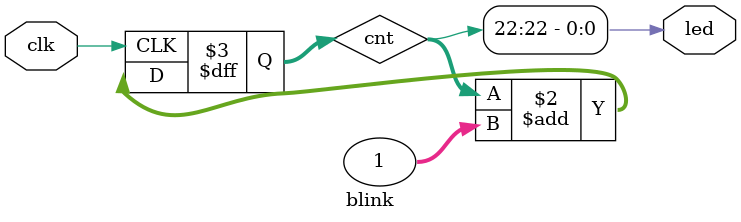
<source format=v>
module blink(input clk, output led);

reg [31:0] cnt;

always @(posedge clk) cnt <= cnt+1;

assign led = cnt[22];

endmodule

</source>
